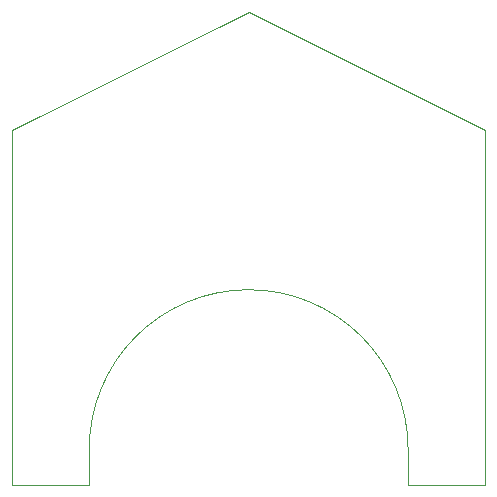
<source format=gbr>
G04 (created by PCBNEW (2013-07-07 BZR 4022)-stable) date 24/01/2015 20:57:03*
%MOIN*%
G04 Gerber Fmt 3.4, Leading zero omitted, Abs format*
%FSLAX34Y34*%
G01*
G70*
G90*
G04 APERTURE LIST*
%ADD10C,0.00590551*%
%ADD11C,0.00393701*%
G04 APERTURE END LIST*
G54D10*
G54D11*
X74606Y-45275D02*
X66732Y-41338D01*
X74606Y-57086D02*
X74606Y-45275D01*
X72047Y-57086D02*
X74606Y-57086D01*
X61417Y-57086D02*
X61417Y-55905D01*
X58858Y-57086D02*
X61417Y-57086D01*
X58858Y-45275D02*
X58858Y-57086D01*
X66732Y-41338D02*
X58858Y-45275D01*
X72047Y-55905D02*
X72047Y-57086D01*
X72047Y-55905D02*
G75*
G03X66732Y-50590I-5314J0D01*
G74*
G01*
X66732Y-50590D02*
G75*
G03X61417Y-55905I0J-5314D01*
G74*
G01*
M02*

</source>
